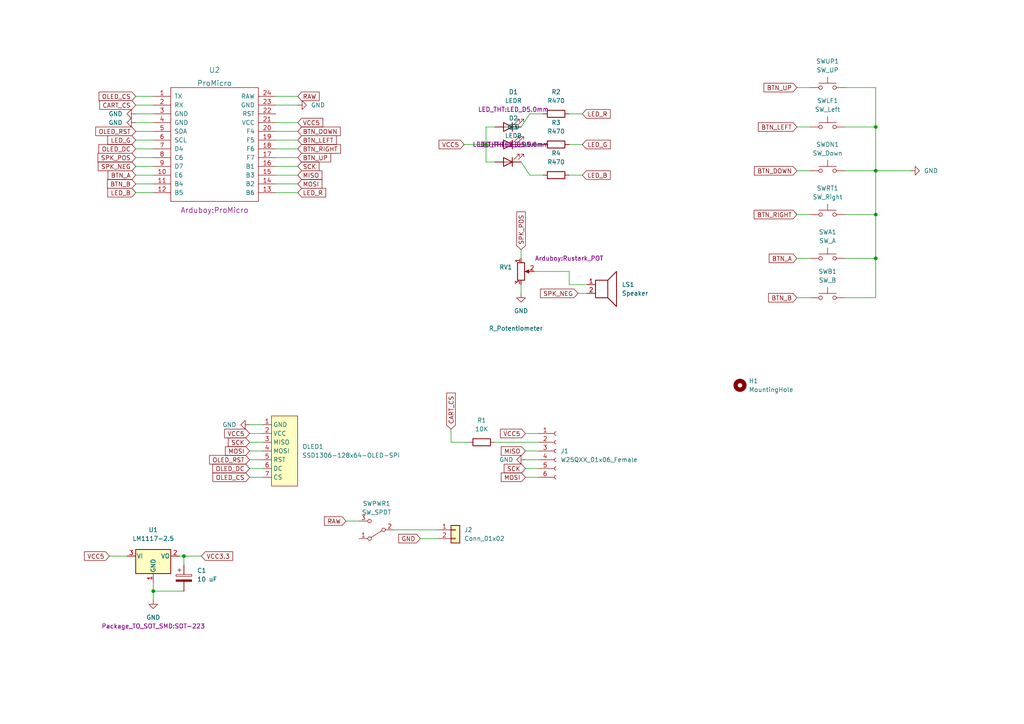
<source format=kicad_sch>
(kicad_sch (version 20211123) (generator eeschema)
  (paper "A4")
  (lib_symbols
    (symbol "Arduboy:SSD1306-128x64-OLED-SPI"
      (property "Reference" "OLED?" (at 0 8.89 0))
      (property "Value" "SSD1306-128x64-OLED-SPI" (at 1.27 6.35 0))
      (symbol "SSD1306-128x64-OLED-SPI_0_1"
        (rectangle (start -3.81 3.81) (end 3.81 -16.51) (fill (type background)))
      )
      (symbol "SSD1306-128x64-OLED-SPI_1_1"
        (pin unspecified line (at -6.35 1.27 0) (length 2.54) (name "GND") (number "1"))
        (pin power_in line (at -6.35 -1.27 0) (length 2.54) (name "VCC") (number "2"))
        (pin input line (at -6.35 -3.81 0) (length 2.54) (name "MISO") (number "3"))
        (pin output line (at -6.35 -6.35 0) (length 2.54) (name "MOSI") (number "4"))
        (pin input line (at -6.35 -8.89 0) (length 2.54) (name "RST") (number "5"))
        (pin input line (at -6.35 -11.43 0) (length 2.54) (name "DC") (number "6"))
        (pin input line (at -6.35 -13.97 0) (length 2.54) (name "CS") (number "7"))
      )
    )
    (symbol "Connector:Conn_01x06_Female" (pin_names (offset 1.016) hide)
      (property "Reference" "J" (at 0 7.62 0))
      (property "Value" "Conn_01x06_Female" (at 0 -10.16 0))
      (symbol "Conn_01x06_Female_1_1"
        (arc (start 0 -7.112) (mid -0.508 -7.62) (end 0 -8.128) (stroke (width 0.1524)))
        (arc (start 0 -4.572) (mid -0.508 -5.08) (end 0 -5.588) (stroke (width 0.1524)))
        (arc (start 0 -2.032) (mid -0.508 -2.54) (end 0 -3.048) (stroke (width 0.1524)))
        (polyline (pts (xy -1.27 -7.62) (xy -0.508 -7.62)) (stroke (width 0.1524)))
        (polyline (pts (xy -1.27 -5.08) (xy -0.508 -5.08)) (stroke (width 0.1524)))
        (polyline (pts (xy -1.27 -2.54) (xy -0.508 -2.54)) (stroke (width 0.1524)))
        (polyline (pts (xy -1.27 0) (xy -0.508 0)) (stroke (width 0.1524)))
        (polyline (pts (xy -1.27 2.54) (xy -0.508 2.54)) (stroke (width 0.1524)))
        (polyline (pts (xy -1.27 5.08) (xy -0.508 5.08)) (stroke (width 0.1524)))
        (arc (start 0 0.508) (mid -0.508 0) (end 0 -0.508) (stroke (width 0.1524)))
        (arc (start 0 3.048) (mid -0.508 2.54) (end 0 2.032) (stroke (width 0.1524)))
        (arc (start 0 5.588) (mid -0.508 5.08) (end 0 4.572) (stroke (width 0.1524)))
        (pin passive line (at -5.08 5.08 0) (length 3.81) (name "Pin_1") (number "1"))
        (pin passive line (at -5.08 2.54 0) (length 3.81) (name "Pin_2") (number "2"))
        (pin passive line (at -5.08 0 0) (length 3.81) (name "Pin_3") (number "3"))
        (pin passive line (at -5.08 -2.54 0) (length 3.81) (name "Pin_4") (number "4"))
        (pin passive line (at -5.08 -5.08 0) (length 3.81) (name "Pin_5") (number "5"))
        (pin passive line (at -5.08 -7.62 0) (length 3.81) (name "Pin_6") (number "6"))
      )
    )
    (symbol "Connector_Generic:Conn_01x02" (pin_names (offset 1.016) hide)
      (property "Reference" "J" (at 0 2.54 0))
      (property "Value" "Conn_01x02" (at 0 -5.08 0))
      (symbol "Conn_01x02_1_1"
        (rectangle (start -1.27 -2.413) (end 0 -2.667) (stroke (width 0.1524)))
        (rectangle (start -1.27 0.127) (end 0 -0.127) (stroke (width 0.1524)))
        (rectangle (start -1.27 1.27) (end 1.27 -3.81) (stroke (width 0.254)) (fill (type background)))
        (pin passive line (at -5.08 0 0) (length 3.81) (name "Pin_1") (number "1"))
        (pin passive line (at -5.08 -2.54 0) (length 3.81) (name "Pin_2") (number "2"))
      )
    )
    (symbol "Device:C_Polarized" (pin_numbers hide) (pin_names (offset 0.254))
      (property "Reference" "C" (at 0.635 2.54 0))
      (property "Value" "C_Polarized" (at 0.635 -2.54 0))
      (symbol "C_Polarized_0_1"
        (rectangle (start -2.286 0.508) (end 2.286 1.016))
        (polyline (pts (xy -1.778 2.286) (xy -0.762 2.286)))
        (polyline (pts (xy -1.27 2.794) (xy -1.27 1.778)))
        (rectangle (start 2.286 -0.508) (end -2.286 -1.016) (fill (type outline)))
      )
      (symbol "C_Polarized_1_1"
        (pin passive line (at 0 3.81 270) (length 2.794) (name "~") (number "1"))
        (pin passive line (at 0 -3.81 90) (length 2.794) (name "~") (number "2"))
      )
    )
    (symbol "Device:LED" (pin_numbers hide) (pin_names (offset 1.016) hide)
      (property "Reference" "D" (at 0 2.54 0))
      (property "Value" "LED" (at 0 -2.54 0))
      (symbol "LED_0_1"
        (polyline (pts (xy -1.27 -1.27) (xy -1.27 1.27)) (stroke (width 0.254)))
        (polyline (pts (xy -1.27 0) (xy 1.27 0)))
        (polyline (pts (xy 1.27 -1.27) (xy 1.27 1.27) (xy -1.27 0) (xy 1.27 -1.27)) (stroke (width 0.254)))
        (polyline (pts (xy -3.048 -0.762) (xy -4.572 -2.286) (xy -3.81 -2.286) (xy -4.572 -2.286) (xy -4.572 -1.524)))
        (polyline (pts (xy -1.778 -0.762) (xy -3.302 -2.286) (xy -2.54 -2.286) (xy -3.302 -2.286) (xy -3.302 -1.524)))
      )
      (symbol "LED_1_1"
        (pin passive line (at -3.81 0 0) (length 2.54) (name "K") (number "1"))
        (pin passive line (at 3.81 0 180) (length 2.54) (name "A") (number "2"))
      )
    )
    (symbol "Device:R" (pin_numbers hide) (pin_names (offset 0))
      (property "Reference" "R" (at 2.032 0 90))
      (property "Value" "R" (at 0 0 90))
      (symbol "R_0_1"
        (rectangle (start -1.016 -2.54) (end 1.016 2.54) (stroke (width 0.254)))
      )
      (symbol "R_1_1"
        (pin passive line (at 0 3.81 270) (length 1.27) (name "~") (number "1"))
        (pin passive line (at 0 -3.81 90) (length 1.27) (name "~") (number "2"))
      )
    )
    (symbol "Device:R_Potentiometer" (pin_names (offset 1.016) hide)
      (property "Reference" "RV" (at -4.445 0 90))
      (property "Value" "R_Potentiometer" (at -2.54 0 90))
      (symbol "R_Potentiometer_0_1"
        (polyline (pts (xy 2.54 0) (xy 1.524 0)))
        (polyline (pts (xy 1.143 0) (xy 2.286 0.508) (xy 2.286 -0.508) (xy 1.143 0)) (fill (type outline)))
        (rectangle (start 1.016 2.54) (end -1.016 -2.54) (stroke (width 0.254)))
      )
      (symbol "R_Potentiometer_1_1"
        (pin passive line (at 0 3.81 270) (length 1.27) (name "1") (number "1"))
        (pin passive line (at 3.81 0 180) (length 1.27) (name "2") (number "2"))
        (pin passive line (at 0 -3.81 90) (length 1.27) (name "3") (number "3"))
      )
    )
    (symbol "Device:Speaker" (pin_names (offset 0) hide)
      (property "Reference" "LS" (at 1.27 5.715 0))
      (property "Value" "Speaker" (at 1.27 3.81 0))
      (symbol "Speaker_0_0"
        (rectangle (start -2.54 1.27) (end 1.016 -3.81) (stroke (width 0.254)))
        (polyline (pts (xy 1.016 1.27) (xy 3.556 3.81) (xy 3.556 -6.35) (xy 1.016 -3.81)) (stroke (width 0.254)))
      )
      (symbol "Speaker_1_1"
        (pin input line (at -5.08 0 0) (length 2.54) (name "1") (number "1"))
        (pin input line (at -5.08 -2.54 0) (length 2.54) (name "2") (number "2"))
      )
    )
    (symbol "Mechanical:MountingHole" (pin_names (offset 1.016))
      (property "Reference" "H" (at 0 5.08 0))
      (property "Value" "MountingHole" (at 0 3.175 0))
      (symbol "MountingHole_0_1"
        (circle (center 0 0) (radius 1.27) (stroke (width 1.27)))
      )
    )
    (symbol "Regulator_Linear:LM1117-2.5" (pin_names (offset 0.254))
      (property "Reference" "U" (at -3.81 3.175 0))
      (property "Value" "LM1117-2.5" (at 0 3.175 0))
      (symbol "LM1117-2.5_0_1"
        (rectangle (start -5.08 -5.08) (end 5.08 1.905) (stroke (width 0.254)) (fill (type background)))
      )
      (symbol "LM1117-2.5_1_1"
        (pin power_in line (at 0 -7.62 90) (length 2.54) (name "GND") (number "1"))
        (pin power_out line (at 7.62 0 180) (length 2.54) (name "VO") (number "2"))
        (pin power_in line (at -7.62 0 0) (length 2.54) (name "VI") (number "3"))
      )
    )
    (symbol "Switch:SW_Push" (pin_numbers hide) (pin_names (offset 1.016) hide)
      (property "Reference" "SW" (at 1.27 2.54 0))
      (property "Value" "SW_Push" (at 0 -1.524 0))
      (symbol "SW_Push_0_1"
        (circle (center -2.032 0) (radius 0.508))
        (polyline (pts (xy 0 1.27) (xy 0 3.048)))
        (polyline (pts (xy 2.54 1.27) (xy -2.54 1.27)))
        (circle (center 2.032 0) (radius 0.508))
        (pin passive line (at -5.08 0 0) (length 2.54) (name "1") (number "1"))
        (pin passive line (at 5.08 0 180) (length 2.54) (name "2") (number "2"))
      )
    )
    (symbol "Switch:SW_SPDT" (pin_names (offset 0) hide)
      (property "Reference" "SW" (at 0 4.318 0))
      (property "Value" "SW_SPDT" (at 0 -5.08 0))
      (symbol "SW_SPDT_0_0"
        (circle (center -2.032 0) (radius 0.508))
        (circle (center 2.032 -2.54) (radius 0.508))
      )
      (symbol "SW_SPDT_0_1"
        (polyline (pts (xy -1.524 0.254) (xy 1.651 2.286)))
        (circle (center 2.032 2.54) (radius 0.508))
      )
      (symbol "SW_SPDT_1_1"
        (pin passive line (at 5.08 2.54 180) (length 2.54) (name "A") (number "1"))
        (pin passive line (at -5.08 0 0) (length 2.54) (name "B") (number "2"))
        (pin passive line (at 5.08 -2.54 180) (length 2.54) (name "C") (number "3"))
      )
    )
    (symbol "power:GND" (power) (pin_names (offset 0))
      (property "Value" "GND" (at 0 -3.81 0))
      (symbol "GND_0_1"
        (polyline (pts (xy 0 0) (xy 0 -1.27) (xy 1.27 -1.27) (xy 0 -2.54) (xy -1.27 -1.27) (xy 0 -1.27)))
      )
      (symbol "GND_1_1"
        (pin power_in line (at 0 0 270) (length 0) hide (name "GND") (number "1"))
      )
    )
    (symbol "promicro:ProMicro" (pin_names (offset 1.016))
      (property "Reference" "U" (at 0 24.13 0))
      (property "Value" "ProMicro" (at 0 -13.97 0))
      (symbol "ProMicro_0_1"
        (rectangle (start -12.7 21.59) (end 12.7 -11.43))
      )
      (symbol "ProMicro_1_1"
        (pin bidirectional line (at -17.78 19.05 0) (length 5.08) (name "TX") (number "1"))
        (pin bidirectional line (at -17.78 -3.81 0) (length 5.08) (name "E6") (number "10"))
        (pin bidirectional line (at -17.78 -6.35 0) (length 5.08) (name "B4") (number "11"))
        (pin bidirectional line (at -17.78 -8.89 0) (length 5.08) (name "B5") (number "12"))
        (pin bidirectional line (at 17.78 -8.89 180) (length 5.08) (name "B6") (number "13"))
        (pin bidirectional line (at 17.78 -6.35 180) (length 5.08) (name "B2") (number "14"))
        (pin bidirectional line (at 17.78 -3.81 180) (length 5.08) (name "B3") (number "15"))
        (pin bidirectional line (at 17.78 -1.27 180) (length 5.08) (name "B1") (number "16"))
        (pin bidirectional line (at 17.78 1.27 180) (length 5.08) (name "F7") (number "17"))
        (pin bidirectional line (at 17.78 3.81 180) (length 5.08) (name "F6") (number "18"))
        (pin bidirectional line (at 17.78 6.35 180) (length 5.08) (name "F5") (number "19"))
        (pin bidirectional line (at -17.78 16.51 0) (length 5.08) (name "RX") (number "2"))
        (pin bidirectional line (at 17.78 8.89 180) (length 5.08) (name "F4") (number "20"))
        (pin power_in line (at 17.78 11.43 180) (length 5.08) (name "VCC") (number "21"))
        (pin input line (at 17.78 13.97 180) (length 5.08) (name "RST") (number "22"))
        (pin power_in line (at 17.78 16.51 180) (length 5.08) (name "GND") (number "23"))
        (pin power_out line (at 17.78 19.05 180) (length 5.08) (name "RAW") (number "24"))
        (pin power_in line (at -17.78 13.97 0) (length 5.08) (name "GND") (number "3"))
        (pin power_in line (at -17.78 11.43 0) (length 5.08) (name "GND") (number "4"))
        (pin bidirectional line (at -17.78 8.89 0) (length 5.08) (name "SDA") (number "5"))
        (pin bidirectional line (at -17.78 6.35 0) (length 5.08) (name "SCL") (number "6"))
        (pin bidirectional line (at -17.78 3.81 0) (length 5.08) (name "D4") (number "7"))
        (pin bidirectional line (at -17.78 1.27 0) (length 5.08) (name "C6") (number "8"))
        (pin bidirectional line (at -17.78 -1.27 0) (length 5.08) (name "D7") (number "9"))
      )
    )
  )
  (junction (at 254 62.23))
  (junction (at 254 36.83))
  (junction (at 254 49.53))
  (junction (at 254 74.93))
  (junction (at 53.34 161.29))
  (junction (at 140.97 41.91))
  (junction (at 44.45 171.45))
  (wire (pts (xy 130.81 124.46) (xy 130.81 128.27)))
  (wire (pts (xy 121.92 156.21) (xy 127 156.21)))
  (wire (pts (xy 39.37 30.48) (xy 44.45 30.48)))
  (wire (pts (xy 151.13 41.91) (xy 157.48 41.91)))
  (wire (pts (xy 245.11 86.36) (xy 254 86.36)))
  (wire (pts (xy 39.37 38.1) (xy 44.45 38.1)))
  (wire (pts (xy 165.1 78.74) (xy 165.1 82.55)))
  (wire (pts (xy 231.14 36.83) (xy 234.95 36.83)))
  (wire (pts (xy 72.39 135.89) (xy 76.2 135.89)))
  (wire (pts (xy 254 74.93) (xy 254 86.36)))
  (wire (pts (xy 231.14 49.53) (xy 234.95 49.53)))
  (wire (pts (xy 52.07 161.29) (xy 53.34 161.29)))
  (wire (pts (xy 153.67 33.02) (xy 157.48 33.02)))
  (wire (pts (xy 39.37 55.88) (xy 44.45 55.88)))
  (wire (pts (xy 231.14 62.23) (xy 234.95 62.23)))
  (wire (pts (xy 254 25.4) (xy 254 36.83)))
  (wire (pts (xy 245.11 74.93) (xy 254 74.93)))
  (wire (pts (xy 80.01 43.18) (xy 86.36 43.18)))
  (wire (pts (xy 53.34 161.29) (xy 53.34 163.83)))
  (wire (pts (xy 72.39 130.81) (xy 76.2 130.81)))
  (wire (pts (xy 245.11 49.53) (xy 254 49.53)))
  (wire (pts (xy 152.4 125.73) (xy 156.21 125.73)))
  (wire (pts (xy 245.11 36.83) (xy 254 36.83)))
  (wire (pts (xy 254 62.23) (xy 254 74.93)))
  (wire (pts (xy 80.01 35.56) (xy 86.36 35.56)))
  (wire (pts (xy 72.39 128.27) (xy 76.2 128.27)))
  (wire (pts (xy 39.37 53.34) (xy 44.45 53.34)))
  (wire (pts (xy 153.67 50.8) (xy 151.13 46.99)))
  (wire (pts (xy 152.4 133.35) (xy 156.21 133.35)))
  (wire (pts (xy 39.37 45.72) (xy 44.45 45.72)))
  (wire (pts (xy 151.13 82.55) (xy 151.13 85.09)))
  (wire (pts (xy 140.97 46.99) (xy 140.97 41.91)))
  (wire (pts (xy 80.01 45.72) (xy 86.36 45.72)))
  (wire (pts (xy 140.97 36.83) (xy 143.51 36.83)))
  (wire (pts (xy 72.39 133.35) (xy 76.2 133.35)))
  (wire (pts (xy 157.48 50.8) (xy 153.67 50.8)))
  (wire (pts (xy 53.34 161.29) (xy 58.42 161.29)))
  (wire (pts (xy 152.4 135.89) (xy 156.21 135.89)))
  (wire (pts (xy 80.01 30.48) (xy 86.36 30.48)))
  (wire (pts (xy 245.11 62.23) (xy 254 62.23)))
  (wire (pts (xy 80.01 27.94) (xy 86.36 27.94)))
  (wire (pts (xy 44.45 168.91) (xy 44.45 171.45)))
  (wire (pts (xy 39.37 43.18) (xy 44.45 43.18)))
  (wire (pts (xy 254 36.83) (xy 254 49.53)))
  (wire (pts (xy 152.4 130.81) (xy 156.21 130.81)))
  (wire (pts (xy 80.01 50.8) (xy 86.36 50.8)))
  (wire (pts (xy 39.37 33.02) (xy 44.45 33.02)))
  (wire (pts (xy 143.51 128.27) (xy 156.21 128.27)))
  (wire (pts (xy 39.37 27.94) (xy 44.45 27.94)))
  (wire (pts (xy 165.1 41.91) (xy 168.91 41.91)))
  (wire (pts (xy 72.39 138.43) (xy 76.2 138.43)))
  (wire (pts (xy 80.01 38.1) (xy 86.36 38.1)))
  (wire (pts (xy 114.3 153.67) (xy 127 153.67)))
  (wire (pts (xy 72.39 125.73) (xy 76.2 125.73)))
  (wire (pts (xy 31.75 161.29) (xy 36.83 161.29)))
  (wire (pts (xy 151.13 36.83) (xy 153.67 33.02)))
  (wire (pts (xy 152.4 138.43) (xy 156.21 138.43)))
  (wire (pts (xy 39.37 35.56) (xy 44.45 35.56)))
  (wire (pts (xy 245.11 25.4) (xy 254 25.4)))
  (wire (pts (xy 254 49.53) (xy 264.16 49.53)))
  (wire (pts (xy 39.37 48.26) (xy 44.45 48.26)))
  (wire (pts (xy 231.14 74.93) (xy 234.95 74.93)))
  (wire (pts (xy 154.94 78.74) (xy 165.1 78.74)))
  (wire (pts (xy 39.37 40.64) (xy 44.45 40.64)))
  (wire (pts (xy 231.14 86.36) (xy 234.95 86.36)))
  (wire (pts (xy 140.97 41.91) (xy 140.97 36.83)))
  (wire (pts (xy 165.1 50.8) (xy 168.91 50.8)))
  (wire (pts (xy 254 49.53) (xy 254 62.23)))
  (wire (pts (xy 167.64 85.09) (xy 170.18 85.09)))
  (wire (pts (xy 39.37 50.8) (xy 44.45 50.8)))
  (wire (pts (xy 44.45 171.45) (xy 53.34 171.45)))
  (wire (pts (xy 143.51 46.99) (xy 140.97 46.99)))
  (wire (pts (xy 80.01 55.88) (xy 86.36 55.88)))
  (wire (pts (xy 80.01 48.26) (xy 86.36 48.26)))
  (wire (pts (xy 72.39 123.19) (xy 76.2 123.19)))
  (wire (pts (xy 134.62 41.91) (xy 140.97 41.91)))
  (wire (pts (xy 80.01 40.64) (xy 86.36 40.64)))
  (wire (pts (xy 140.97 41.91) (xy 143.51 41.91)))
  (wire (pts (xy 231.14 25.4) (xy 234.95 25.4)))
  (wire (pts (xy 151.13 72.39) (xy 151.13 74.93)))
  (wire (pts (xy 165.1 82.55) (xy 170.18 82.55)))
  (wire (pts (xy 44.45 171.45) (xy 44.45 173.99)))
  (wire (pts (xy 80.01 53.34) (xy 86.36 53.34)))
  (wire (pts (xy 165.1 33.02) (xy 168.91 33.02)))
  (wire (pts (xy 130.81 128.27) (xy 135.89 128.27)))
  (wire (pts (xy 100.33 151.13) (xy 104.14 151.13)))
  (global_label "BTN_UP" (shape input) (at 86.36 45.72 0) (property "Intersheet References" "${INTERSHEET_REFS}" (effects hide)))
  (global_label "BTN_A" (shape input) (at 39.37 50.8 180) (property "Intersheet References" "${INTERSHEET_REFS}" (effects hide)))
  (global_label "SCK" (shape input) (at 72.39 128.27 180) (property "Intersheet References" "${INTERSHEET_REFS}" (effects hide)))
  (global_label "VCC5" (shape input) (at 152.4 125.73 180) (property "Intersheet References" "${INTERSHEET_REFS}" (effects hide)))
  (global_label "BTN_UP" (shape input) (at 231.14 25.4 180) (property "Intersheet References" "${INTERSHEET_REFS}" (effects hide)))
  (global_label "BTN_DOWN" (shape input) (at 231.14 49.53 180) (property "Intersheet References" "${INTERSHEET_REFS}" (effects hide)))
  (global_label "MISO" (shape input) (at 152.4 130.81 180) (property "Intersheet References" "${INTERSHEET_REFS}" (effects hide)))
  (global_label "BTN_LEFT" (shape input) (at 231.14 36.83 180) (property "Intersheet References" "${INTERSHEET_REFS}" (effects hide)))
  (global_label "SPK_NEG" (shape input) (at 167.64 85.09 180) (property "Intersheet References" "${INTERSHEET_REFS}" (effects hide)))
  (global_label "LED_R" (shape input) (at 86.36 55.88 0) (property "Intersheet References" "${INTERSHEET_REFS}" (effects hide)))
  (global_label "OLED_DC" (shape input) (at 72.39 135.89 180) (property "Intersheet References" "${INTERSHEET_REFS}" (effects hide)))
  (global_label "CART_CS" (shape input) (at 39.37 30.48 180) (property "Intersheet References" "${INTERSHEET_REFS}" (effects hide)))
  (global_label "MOSI" (shape input) (at 152.4 138.43 180) (property "Intersheet References" "${INTERSHEET_REFS}" (effects hide)))
  (global_label "BTN_B" (shape input) (at 231.14 86.36 180) (property "Intersheet References" "${INTERSHEET_REFS}" (effects hide)))
  (global_label "RAW" (shape input) (at 86.36 27.94 0) (property "Intersheet References" "${INTERSHEET_REFS}" (effects hide)))
  (global_label "MOSI" (shape input) (at 86.36 53.34 0) (property "Intersheet References" "${INTERSHEET_REFS}" (effects hide)))
  (global_label "VCC3.3" (shape input) (at 58.42 161.29 0) (property "Intersheet References" "${INTERSHEET_REFS}" (effects hide)))
  (global_label "RAW" (shape input) (at 100.33 151.13 180) (property "Intersheet References" "${INTERSHEET_REFS}" (effects hide)))
  (global_label "OLED_CS" (shape input) (at 39.37 27.94 180) (property "Intersheet References" "${INTERSHEET_REFS}" (effects hide)))
  (global_label "BTN_DOWN" (shape input) (at 86.36 38.1 0) (property "Intersheet References" "${INTERSHEET_REFS}" (effects hide)))
  (global_label "SPK_NEG" (shape input) (at 39.37 48.26 180) (property "Intersheet References" "${INTERSHEET_REFS}" (effects hide)))
  (global_label "SCK" (shape input) (at 86.36 48.26 0) (property "Intersheet References" "${INTERSHEET_REFS}" (effects hide)))
  (global_label "BTN_B" (shape input) (at 39.37 53.34 180) (property "Intersheet References" "${INTERSHEET_REFS}" (effects hide)))
  (global_label "SPK_POS" (shape input) (at 39.37 45.72 180) (property "Intersheet References" "${INTERSHEET_REFS}" (effects hide)))
  (global_label "OLED_RST" (shape input) (at 39.37 38.1 180) (property "Intersheet References" "${INTERSHEET_REFS}" (effects hide)))
  (global_label "LED_B" (shape input) (at 39.37 55.88 180) (property "Intersheet References" "${INTERSHEET_REFS}" (effects hide)))
  (global_label "BTN_LEFT" (shape input) (at 86.36 40.64 0) (property "Intersheet References" "${INTERSHEET_REFS}" (effects hide)))
  (global_label "LED_G" (shape input) (at 168.91 41.91 0) (property "Intersheet References" "${INTERSHEET_REFS}" (effects hide)))
  (global_label "CART_CS" (shape input) (at 130.81 124.46 90) (property "Intersheet References" "${INTERSHEET_REFS}" (effects hide)))
  (global_label "BTN_RIGHT" (shape input) (at 86.36 43.18 0) (property "Intersheet References" "${INTERSHEET_REFS}" (effects hide)))
  (global_label "GND" (shape input) (at 121.92 156.21 180) (property "Intersheet References" "${INTERSHEET_REFS}" (effects hide)))
  (global_label "VCC5" (shape input) (at 72.39 125.73 180) (property "Intersheet References" "${INTERSHEET_REFS}" (effects hide)))
  (global_label "BTN_RIGHT" (shape input) (at 231.14 62.23 180) (property "Intersheet References" "${INTERSHEET_REFS}" (effects hide)))
  (global_label "VCC5" (shape input) (at 31.75 161.29 180) (property "Intersheet References" "${INTERSHEET_REFS}" (effects hide)))
  (global_label "SCK" (shape input) (at 152.4 135.89 180) (property "Intersheet References" "${INTERSHEET_REFS}" (effects hide)))
  (global_label "VCC5" (shape input) (at 134.62 41.91 180) (property "Intersheet References" "${INTERSHEET_REFS}" (effects hide)))
  (global_label "SPK_POS" (shape input) (at 151.13 72.39 90) (property "Intersheet References" "${INTERSHEET_REFS}" (effects hide)))
  (global_label "MOSI" (shape input) (at 72.39 130.81 180) (property "Intersheet References" "${INTERSHEET_REFS}" (effects hide)))
  (global_label "LED_B" (shape input) (at 168.91 50.8 0) (property "Intersheet References" "${INTERSHEET_REFS}" (effects hide)))
  (global_label "VCC5" (shape input) (at 86.36 35.56 0) (property "Intersheet References" "${INTERSHEET_REFS}" (effects hide)))
  (global_label "OLED_CS" (shape input) (at 72.39 138.43 180) (property "Intersheet References" "${INTERSHEET_REFS}" (effects hide)))
  (global_label "LED_R" (shape input) (at 168.91 33.02 0) (property "Intersheet References" "${INTERSHEET_REFS}" (effects hide)))
  (global_label "MISO" (shape input) (at 86.36 50.8 0) (property "Intersheet References" "${INTERSHEET_REFS}" (effects hide)))
  (global_label "OLED_RST" (shape input) (at 72.39 133.35 180) (property "Intersheet References" "${INTERSHEET_REFS}" (effects hide)))
  (global_label "OLED_DC" (shape input) (at 39.37 43.18 180) (property "Intersheet References" "${INTERSHEET_REFS}" (effects hide)))
  (global_label "BTN_A" (shape input) (at 231.14 74.93 180) (property "Intersheet References" "${INTERSHEET_REFS}" (effects hide)))
  (global_label "LED_G" (shape input) (at 39.37 40.64 180) (property "Intersheet References" "${INTERSHEET_REFS}" (effects hide)))
  (symbol (lib_id "Device:LED") (at 147.32 41.91 180) (unit 1)
    (property "Reference" "D2" (at 148.9075 34.29 0))
    (property "Value" "LED" (at 148.9075 36.83 0))
    (property "Footprint" "LED_THT:LED_D5.0mm" (at 147.32 41.91 0))
  )
  (symbol (lib_id "Mechanical:MountingHole") (at 214.63 111.76 0) (unit 1)
    (property "Reference" "H1" (at 217.17 110.4899 0) (effects (justify left)))
    (property "Value" "MountingHole" (at 217.17 113.0299 0) (effects (justify left)))
    (property "Footprint" "MountingHole:MountingHole_8.4mm_M8" (effects hide))
  )
  (symbol (lib_id "Device:R") (at 139.7 128.27 90) (unit 1)
    (property "Reference" "R1" (at 139.7 121.92 90))
    (property "Value" "10K" (at 139.7 124.46 90))
    (property "Footprint" "Resistor_THT:R_Axial_DIN0309_L9.0mm_D3.2mm_P12.70mm_Horizontal" (effects hide))
  )
  (symbol (lib_id "Device:LED") (at 147.32 46.99 180) (unit 1)
    (property "Reference" "D3" (at 148.9075 36.83 0))
    (property "Value" "LEDB" (at 148.9075 39.37 0))
    (property "Footprint" "LED_THT:LED_D5.0mm" (at 148.9075 41.91 0))
  )
  (symbol (lib_id "Switch:SW_Push") (at 240.03 86.36 0) (unit 1)
    (property "Reference" "SWB1" (at 240.03 78.74 0))
    (property "Value" "SW_B" (at 240.03 81.28 0))
    (property "Footprint" "Button_Switch_THT:SW_PUSH_6mm_H5mm" (effects hide))
  )
  (symbol (lib_id "power:GND") (at 151.13 85.09 0) (unit 1)
    (property "Reference" "#PWR07" (effects hide))
    (property "Value" "GND" (at 151.13 90.17 0))
  )
  (symbol (lib_id "Device:R") (at 161.29 50.8 90) (unit 1)
    (property "Reference" "R4" (at 161.29 44.45 90))
    (property "Value" "R470" (at 161.29 46.99 90))
    (property "Footprint" "Resistor_THT:R_Axial_DIN0309_L9.0mm_D3.2mm_P12.70mm_Horizontal" (effects hide))
  )
  (symbol (lib_id "Switch:SW_Push") (at 240.03 74.93 0) (unit 1)
    (property "Reference" "SWA1" (at 240.03 67.31 0))
    (property "Value" "SW_A" (at 240.03 69.85 0))
    (property "Footprint" "Button_Switch_THT:SW_PUSH_6mm_H5mm" (effects hide))
  )
  (symbol (lib_id "Device:LED") (at 147.32 36.83 180) (unit 1)
    (property "Reference" "D1" (at 148.9075 26.67 0))
    (property "Value" "LEDR" (at 148.9075 29.21 0))
    (property "Footprint" "LED_THT:LED_D5.0mm" (at 148.9075 31.75 0))
  )
  (symbol (lib_id "Device:R") (at 161.29 41.91 90) (unit 1)
    (property "Reference" "R3" (at 161.29 35.56 90))
    (property "Value" "R470" (at 161.29 38.1 90))
    (property "Footprint" "Resistor_THT:R_Axial_DIN0309_L9.0mm_D3.2mm_P12.70mm_Horizontal" (effects hide))
  )
  (symbol (lib_id "Switch:SW_Push") (at 240.03 25.4 0) (unit 1)
    (property "Reference" "SWUP1" (at 240.03 17.78 0))
    (property "Value" "SW_UP" (at 240.03 20.32 0))
    (property "Footprint" "Button_Switch_THT:SW_PUSH_6mm_H5mm" (effects hide))
  )
  (symbol (lib_id "Switch:SW_Push") (at 240.03 62.23 0) (unit 1)
    (property "Reference" "SWRT1" (at 240.03 54.61 0))
    (property "Value" "SW_Right" (at 240.03 57.15 0))
    (property "Footprint" "Button_Switch_THT:SW_PUSH_6mm_H5mm" (effects hide))
  )
  (symbol (lib_id "Connector_Generic:Conn_01x02") (at 132.08 153.67 0) (unit 1)
    (property "Reference" "J2" (at 134.62 153.6699 0) (effects (justify left)))
    (property "Value" "Conn_01x02" (at 134.62 156.2099 0) (effects (justify left)))
    (property "Footprint" "Connector_PinHeader_2.54mm:PinHeader_1x02_P2.54mm_Vertical" (effects hide))
  )
  (symbol (lib_id "Device:R") (at 161.29 33.02 90) (unit 1)
    (property "Reference" "R2" (at 161.29 26.67 90))
    (property "Value" "R470" (at 161.29 29.21 90))
    (property "Footprint" "Resistor_THT:R_Axial_DIN0309_L9.0mm_D3.2mm_P12.70mm_Horizontal" (effects hide))
  )
  (symbol (lib_id "promicro:ProMicro") (at 62.23 46.99 0) (unit 1)
    (property "Reference" "U2" (at 62.23 20.32 0) (effects (font (size 1.524 1.524))))
    (property "Value" "ProMicro" (at 62.23 24.13 0) (effects (font (size 1.524 1.524))))
    (property "Footprint" "Arduboy:ProMicro" (at 62.23 60.96 0) (effects (font (size 1.524 1.524))))
  )
  (symbol (lib_id "Device:C_Polarized") (at 53.34 167.64 0) (unit 1)
    (property "Reference" "C1" (at 57.15 165.4809 0) (effects (justify left)))
    (property "Value" "10 uF" (at 57.15 168.0209 0) (effects (justify left)))
    (property "Footprint" "Capacitor_SMD:C_1206_3216Metric_Pad1.33x1.80mm_HandSolder" (effects hide))
  )
  (symbol (lib_id "Switch:SW_SPDT") (at 109.22 153.67 180) (unit 1)
    (property "Reference" "SWPWR1" (at 109.22 146.05 0))
    (property "Value" "SW_SPDT" (at 109.22 148.59 0))
    (property "Footprint" "Arduboy:SS-12F23 Switch" (effects hide))
  )
  (symbol (lib_id "power:GND") (at 86.36 30.48 90) (unit 1)
    (property "Reference" "#PWR05" (effects hide))
    (property "Value" "GND" (at 90.17 30.4799 90) (effects (justify right)))
  )
  (symbol (lib_id "power:GND") (at 39.37 33.02 270) (unit 1)
    (property "Reference" "#PWR01" (effects hide))
    (property "Value" "GND" (at 35.56 33.0199 90) (effects (justify right)))
  )
  (symbol (lib_id "power:GND") (at 44.45 173.99 0) (unit 1)
    (property "Reference" "#PWR03" (effects hide))
    (property "Value" "GND" (at 44.45 179.07 0))
  )
  (symbol (lib_id "power:GND") (at 264.16 49.53 90) (unit 1)
    (property "Reference" "#PWR09" (effects hide))
    (property "Value" "GND" (at 267.97 49.5299 90) (effects (justify right)))
  )
  (symbol (lib_id "Device:R_Potentiometer") (at 151.13 78.74 0) (unit 1)
    (property "Reference" "RV1" (at 148.59 77.4699 0) (effects (justify right)))
    (property "Value" "R_Potentiometer" (at 157.48 95.25 0) (effects (justify right)))
    (property "Footprint" "Arduboy:Rustark_POT" (at 165.1 74.93 0))
  )
  (symbol (lib_id "power:GND") (at 72.39 123.19 270) (unit 1)
    (property "Reference" "#PWR04" (effects hide))
    (property "Value" "GND" (at 68.58 123.1899 90) (effects (justify right)))
  )
  (symbol (lib_id "Regulator_Linear:LM1117-2.5") (at 44.45 161.29 0) (unit 1)
    (property "Reference" "U1" (at 44.45 153.67 0))
    (property "Value" "LM1117-2.5" (at 44.45 156.21 0))
    (property "Footprint" "Package_TO_SOT_SMD:SOT-223" (at 44.45 181.61 0))
    (property "Datasheet" "http://www.ti.com/lit/ds/symlink/lm1117.pdf" (effects hide))
  )
  (symbol (lib_id "power:GND") (at 39.37 35.56 270) (unit 1)
    (property "Reference" "#PWR02" (effects hide))
    (property "Value" "GND" (at 35.56 35.5599 90) (effects (justify right)))
  )
  (symbol (lib_id "power:GND") (at 152.4 133.35 270) (unit 1)
    (property "Reference" "#PWR08" (effects hide))
    (property "Value" "GND" (at 144.78 133.35 90) (effects (justify left)))
  )
  (symbol (lib_id "Device:Speaker") (at 175.26 82.55 0) (unit 1)
    (property "Reference" "LS1" (at 180.34 82.5499 0) (effects (justify left)))
    (property "Value" "Speaker" (at 180.34 85.0899 0) (effects (justify left)))
    (property "Footprint" "Arduboy:Pizo" (effects hide))
  )
  (symbol (lib_id "Switch:SW_Push") (at 240.03 36.83 0) (unit 1)
    (property "Reference" "SWLF1" (at 240.03 29.21 0))
    (property "Value" "SW_Left" (at 240.03 31.75 0))
    (property "Footprint" "Button_Switch_THT:SW_PUSH_6mm_H5mm" (effects hide))
  )
  (symbol (lib_id "Connector:Conn_01x06_Female") (at 161.29 130.81 0) (unit 1)
    (property "Reference" "J1" (at 162.56 130.8099 0) (effects (justify left)))
    (property "Value" "W25QXX_01x06_Female" (at 162.56 133.3499 0) (effects (justify left)))
    (property "Footprint" "Connector_PinHeader_2.54mm:PinHeader_1x06_P2.54mm_Vertical" (effects hide))
  )
  (symbol (lib_id "Switch:SW_Push") (at 240.03 49.53 0) (unit 1)
    (property "Reference" "SWDN1" (at 240.03 41.91 0))
    (property "Value" "SW_Down" (at 240.03 44.45 0))
    (property "Footprint" "Button_Switch_THT:SW_PUSH_6mm_H5mm" (effects hide))
  )
  (symbol (lib_id "Arduboy:SSD1306-128x64-OLED-SPI") (at 82.55 124.46 0) (unit 1)
    (property "Reference" "OLED1" (at 87.63 129.5399 0) (effects (justify left)))
    (property "Value" "SSD1306-128x64-OLED-SPI" (at 87.63 132.0799 0) (effects (justify left)))
    (property "Footprint" "Arduboy:SSD1306-128x64-OLED-SPI" (effects hide))
  )
)
</source>
